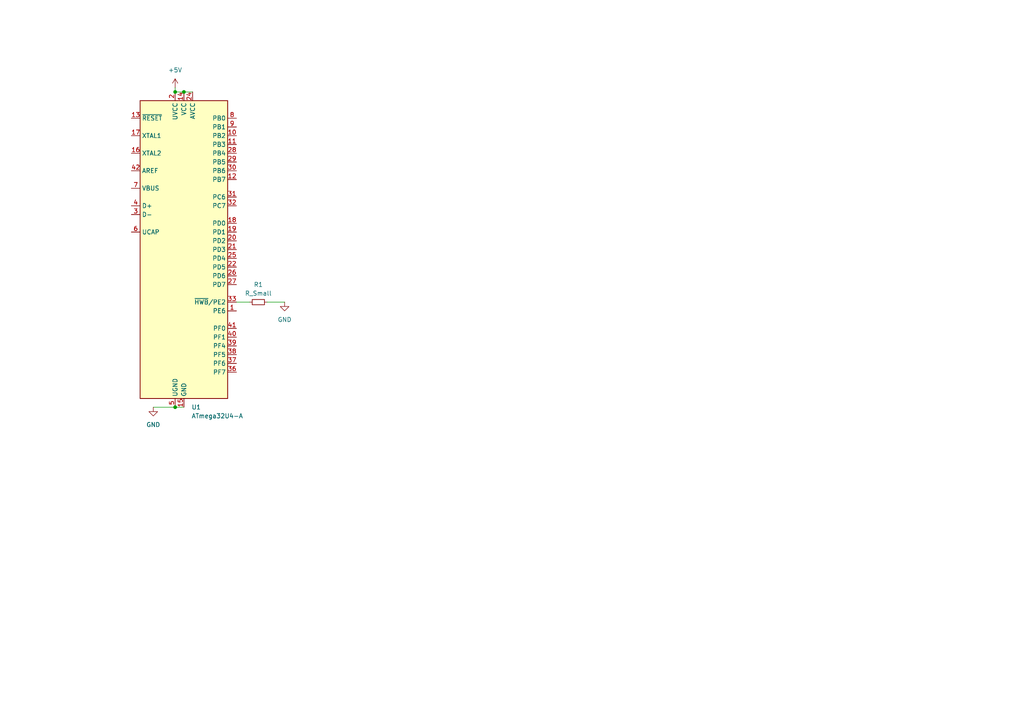
<source format=kicad_sch>
(kicad_sch (version 20231120) (generator "eeschema") (generator_version "8.0")
  (paper "A4")
  (lib_symbols
    (symbol "Device:R_Small" (pin_numbers hide) (pin_names (offset 0.254) hide)
      (property "Reference" "R" (at 0.762 0.508 0))
      (property "Value" "R_Small" (at 0.762 -1.016 0))
      (symbol "R_Small_0_1"
        (rectangle (start -0.762 1.778) (end 0.762 -1.778) (stroke (width 0.2032)))
      )
      (symbol "R_Small_1_1"
        (pin passive line (at 0 2.54 270) (length 0.762) (name "~") (number "1"))
        (pin passive line (at 0 -2.54 90) (length 0.762) (name "~") (number "2"))
      )
    )
    (symbol "MCU_Microchip_ATmega:ATmega32U4-A"
      (property "Reference" "U" (at -12.7 44.45 0))
      (property "Value" "ATmega32U4-A" (at 2.54 -44.45 0))
      (symbol "ATmega32U4-A_0_1"
        (rectangle (start -12.7 -43.18) (end 12.7 43.18) (stroke (width 0.254)) (fill (type background)))
      )
      (symbol "ATmega32U4-A_1_1"
        (pin bidirectional line (at 15.24 -17.78 180) (length 2.54) (name "PE6") (number "1"))
        (pin bidirectional line (at 15.24 33.02 180) (length 2.54) (name "PB2") (number "10"))
        (pin bidirectional line (at 15.24 30.48 180) (length 2.54) (name "PB3") (number "11"))
        (pin bidirectional line (at 15.24 20.32 180) (length 2.54) (name "PB7") (number "12"))
        (pin input line (at -15.24 38.1 0) (length 2.54) (name "~{RESET}") (number "13"))
        (pin power_in line (at 0 45.72 270) (length 2.54) (name "VCC") (number "14"))
        (pin power_in line (at 0 -45.72 90) (length 2.54) (name "GND") (number "15"))
        (pin output line (at -15.24 27.94 0) (length 2.54) (name "XTAL2") (number "16"))
        (pin input line (at -15.24 33.02 0) (length 2.54) (name "XTAL1") (number "17"))
        (pin bidirectional line (at 15.24 7.62 180) (length 2.54) (name "PD0") (number "18"))
        (pin bidirectional line (at 15.24 5.08 180) (length 2.54) (name "PD1") (number "19"))
        (pin power_in line (at -2.54 45.72 270) (length 2.54) (name "UVCC") (number "2"))
        (pin bidirectional line (at 15.24 2.54 180) (length 2.54) (name "PD2") (number "20"))
        (pin bidirectional line (at 15.24 0 180) (length 2.54) (name "PD3") (number "21"))
        (pin bidirectional line (at 15.24 -5.08 180) (length 2.54) (name "PD5") (number "22"))
        (pin passive line (at 0 -45.72 90) (length 2.54) hide (name "GND") (number "23"))
        (pin power_in line (at 2.54 45.72 270) (length 2.54) (name "AVCC") (number "24"))
        (pin bidirectional line (at 15.24 -2.54 180) (length 2.54) (name "PD4") (number "25"))
        (pin bidirectional line (at 15.24 -7.62 180) (length 2.54) (name "PD6") (number "26"))
        (pin bidirectional line (at 15.24 -10.16 180) (length 2.54) (name "PD7") (number "27"))
        (pin bidirectional line (at 15.24 27.94 180) (length 2.54) (name "PB4") (number "28"))
        (pin bidirectional line (at 15.24 25.4 180) (length 2.54) (name "PB5") (number "29"))
        (pin bidirectional line (at -15.24 10.16 0) (length 2.54) (name "D-") (number "3"))
        (pin bidirectional line (at 15.24 22.86 180) (length 2.54) (name "PB6") (number "30"))
        (pin bidirectional line (at 15.24 15.24 180) (length 2.54) (name "PC6") (number "31"))
        (pin bidirectional line (at 15.24 12.7 180) (length 2.54) (name "PC7") (number "32"))
        (pin bidirectional line (at 15.24 -15.24 180) (length 2.54) (name "~{HWB}/PE2") (number "33"))
        (pin passive line (at 0 45.72 270) (length 2.54) hide (name "VCC") (number "34"))
        (pin passive line (at 0 -45.72 90) (length 2.54) hide (name "GND") (number "35"))
        (pin bidirectional line (at 15.24 -35.56 180) (length 2.54) (name "PF7") (number "36"))
        (pin bidirectional line (at 15.24 -33.02 180) (length 2.54) (name "PF6") (number "37"))
        (pin bidirectional line (at 15.24 -30.48 180) (length 2.54) (name "PF5") (number "38"))
        (pin bidirectional line (at 15.24 -27.94 180) (length 2.54) (name "PF4") (number "39"))
        (pin bidirectional line (at -15.24 12.7 0) (length 2.54) (name "D+") (number "4"))
        (pin bidirectional line (at 15.24 -25.4 180) (length 2.54) (name "PF1") (number "40"))
        (pin bidirectional line (at 15.24 -22.86 180) (length 2.54) (name "PF0") (number "41"))
        (pin passive line (at -15.24 22.86 0) (length 2.54) (name "AREF") (number "42"))
        (pin passive line (at 0 -45.72 90) (length 2.54) hide (name "GND") (number "43"))
        (pin passive line (at 2.54 45.72 270) (length 2.54) hide (name "AVCC") (number "44"))
        (pin passive line (at -2.54 -45.72 90) (length 2.54) (name "UGND") (number "5"))
        (pin passive line (at -15.24 5.08 0) (length 2.54) (name "UCAP") (number "6"))
        (pin input line (at -15.24 17.78 0) (length 2.54) (name "VBUS") (number "7"))
        (pin bidirectional line (at 15.24 38.1 180) (length 2.54) (name "PB0") (number "8"))
        (pin bidirectional line (at 15.24 35.56 180) (length 2.54) (name "PB1") (number "9"))
      )
    )
    (symbol "power:+5V" (power) (pin_numbers hide) (pin_names (offset 0) hide)
      (property "Value" "+5V" (at 0 3.556 0))
      (symbol "+5V_0_1"
        (polyline (pts (xy -0.762 1.27) (xy 0 2.54)))
        (polyline (pts (xy 0 0) (xy 0 2.54)))
        (polyline (pts (xy 0 2.54) (xy 0.762 1.27)))
      )
      (symbol "+5V_1_1"
        (pin power_in line (at 0 0 90) (length 0) (name "~") (number "1"))
      )
    )
    (symbol "power:GND" (power) (pin_numbers hide) (pin_names (offset 0) hide)
      (property "Value" "GND" (at 0 -3.81 0))
      (symbol "GND_0_1"
        (polyline (pts (xy 0 0) (xy 0 -1.27) (xy 1.27 -1.27) (xy 0 -2.54) (xy -1.27 -1.27) (xy 0 -1.27)))
      )
      (symbol "GND_1_1"
        (pin power_in line (at 0 0 270) (length 0) (name "~") (number "1"))
      )
    )
  )
  (junction (at 50.8 118.11))
  (junction (at 50.8 26.67))
  (junction (at 53.34 26.67))
  (wire (pts (xy 53.34 26.67) (xy 55.88 26.67)))
  (wire (pts (xy 72.39 87.63) (xy 68.58 87.63)))
  (wire (pts (xy 50.8 25.4) (xy 50.8 26.67)))
  (wire (pts (xy 82.55 87.63) (xy 77.47 87.63)))
  (wire (pts (xy 50.8 26.67) (xy 53.34 26.67)))
  (wire (pts (xy 44.45 118.11) (xy 50.8 118.11)))
  (wire (pts (xy 50.8 118.11) (xy 53.34 118.11)))
  (symbol (lib_id "power:GND") (at 82.55 87.63 0) (unit 1)
    (property "Reference" "#PWR03" (effects (hide yes)))
    (property "Value" "GND" (at 82.55 92.71 0))
    (property "Description" "Power symbol creates a global label with name \"GND\" , ground" (effects (hide yes)))
  )
  (symbol (lib_id "Device:R_Small") (at 74.93 87.63 270) (unit 1)
    (property "Reference" "R1" (at 74.93 82.55 90))
    (property "Value" "R_Small" (at 74.93 85.09 90))
    (property "Description" "Resistor, small symbol" (effects (hide yes)))
  )
  (symbol (lib_id "power:+5V") (at 50.8 25.4 0) (unit 1)
    (property "Reference" "#PWR01" (effects (hide yes)))
    (property "Value" "+5V" (at 50.8 20.32 0))
    (property "Description" "Power symbol creates a global label with name \"+5V\"" (effects (hide yes)))
  )
  (symbol (lib_id "power:GND") (at 44.45 118.11 0) (unit 1)
    (property "Reference" "#PWR02" (effects (hide yes)))
    (property "Value" "GND" (at 44.45 123.19 0))
    (property "Description" "Power symbol creates a global label with name \"GND\" , ground" (effects (hide yes)))
  )
  (symbol (lib_id "MCU_Microchip_ATmega:ATmega32U4-A") (at 53.34 72.39 0) (unit 1)
    (property "Reference" "U1" (at 55.5341 118.11 0) (effects (justify left)))
    (property "Value" "ATmega32U4-A" (at 55.5341 120.65 0) (effects (justify left)))
    (property "Footprint" "Package_QFP:TQFP-44_10x10mm_P0.8mm" (effects (hide yes)))
    (property "Datasheet" "http://ww1.microchip.com/downloads/en/DeviceDoc/Atmel-7766-8-bit-AVR-ATmega16U4-32U4_Datasheet.pdf" (effects (hide yes)))
    (property "Description" "16MHz, 32kB Flash, 2.5kB SRAM, 1kB EEPROM, USB 2.0, TQFP-44" (effects (hide yes)))
  )
)
</source>
